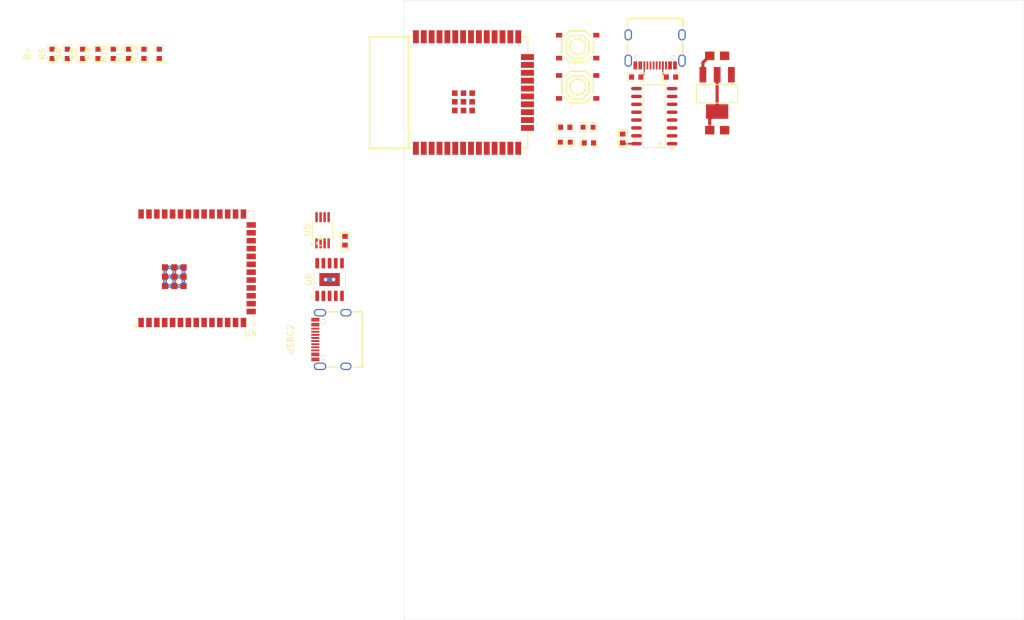
<source format=kicad_pcb>
(kicad_pcb (version 20240108) (generator "pcbnew") (generator_version "8.0")
  (layers (0 "F.Cu" signal) (31 "B.Cu" signal) (34 "B.Paste" user) (35 "F.Paste" user) (36 "B.SilkS" user "B.Silkscreen") (37 "F.SilkS" user "F.Silkscreen") (38 "B.Mask" user) (39 "F.Mask" user) (44 "Edge.Cuts" user))
  (net 0 "")
  (net 1 "/3V3")
  (net 2 "GND")
  (net 3 "/5V")
  (net 4 "Net-(LED1-K)")
  (net 5 "/ESP_LED")
  (net 6 "Net-(LED2-K)")
  (net 7 "Net-(USBC1-CC2)")
  (net 8 "Net-(USBC1-CC1)")
  (net 9 "/ESP_TXD")
  (net 10 "/USB_P")
  (net 11 "/ESP_RXD")
  (net 20 "/USB_N")
  (net 46 "/ESP_EN")
  (net 48 "/ESP_PROG")
  (net 55 "VDD")
  (net 68 "VBUS")
  (net 69 "Net-(U6-VBUS)")
  (net 73 "Net-(U4-GND-Pad1)")
  (net 117 "DP")
  (net 119 "CC1")
  (net 120 "CFG1")
  (net 121 "CFG3")
  (net 122 "DN")
  (net 124 "CFG2")
  (net 125 "PG")
  (net 126 "CC2")
  (footprint "easyeda2kicad:R0603" (layer "F.Cu") (at 37.348 57.306 90)
    (property "Reference" "R10" (at 0 -4 90) (layer "F.SilkS"))
    (property "Value" "10K")
    (fp_line (start 1.39 -0.66) (end 0.43 -0.66) (stroke (width 0.15)) (layer "F.SilkS"))
    (fp_line (start -1.39 -0.66) (end -0.43 -0.66) (stroke (width 0.15)) (layer "F.SilkS"))
    (fp_line (start 1.39 0.66) (end 1.39 -0.66) (stroke (width 0.15)) (layer "F.SilkS"))
    (fp_line (start 0.43 0.66) (end 1.39 0.66) (stroke (width 0.15)) (layer "F.SilkS"))
    (fp_line (start -0.43 0.66) (end -1.39 0.66) (stroke (width 0.15)) (layer "F.SilkS"))
    (fp_line (start -1.39 0.66) (end -1.39 -0.66) (stroke (width 0.15)) (layer "F.SilkS"))
    (pad "1" smd rect (at -0.75 0 90) (size 0.81 0.86) (layers "F.Cu" "F.Paste" "F.Mask"))
    (pad "2" smd rect (at 0.75 0 90) (size 0.81 0.86) (layers "F.Cu" "F.Paste" "F.Mask"))
  )
  (footprint "easyeda2kicad:SOT-223-3_L6.5-W3.4-P2.30-LS7.0-BR" (layer "F.Cu") (at 132.288 63.641 90)
    (property "Reference" "U2" (hide yes))
    (property "Value" "AMS1117-3.3" (hide yes))
    (fp_line (start 1.37 -3.33) (end 1.37 3.33) (stroke (width 0.15)) (layer "F.SilkS"))
    (fp_line (start -1.57 -3.33) (end 1.37 -3.33) (stroke (width 0.15)) (layer "F.SilkS"))
    (fp_line (start 1.37 3.33) (end -1.57 3.33) (stroke (width 0.15)) (layer "F.SilkS"))
    (fp_line (start -1.57 3.33) (end -1.57 -3.33) (stroke (width 0.15)) (layer "F.SilkS"))
    (pad "1" smd rect (at 2.97 2.3 90) (size 2.5 1.1) (layers "F.Cu" "F.Paste" "F.Mask") (net 2 "GND"))
    (pad "2" smd rect (at 2.97 0 90) (size 2.5 1.1) (layers "F.Cu" "F.Paste" "F.Mask") (net 1 "/3V3"))
    (pad "3" smd rect (at 2.97 -2.3 90) (size 2.5 1.1) (layers "F.Cu" "F.Paste" "F.Mask") (net 3 "/5V"))
    (pad "4" smd rect (at -2.97 0 90) (size 2.34 3.6) (layers "F.Cu" "F.Paste" "F.Mask") (net 1 "/3V3"))
  )
  (footprint "RF_Module:ESP32-S3-WROOM-2" (layer "F.Cu") (at 44.618 91.891 90)
    (property "Reference" "U4" (at -10.5 13.5 360) (layer "F.SilkS") (effects (justify right)))
    (property "Value" "ESP32-S3-WROOM-1")
    (fp_line (start 9.2 12.95) (end 9.2 12) (stroke (width 0.12)) (layer "F.SilkS"))
    (fp_line (start 7.8 12.95) (end 9.2 12.95) (stroke (width 0.12)) (layer "F.SilkS"))
    (fp_line (start -7.8 12.95) (end -9.2 12.95) (stroke (width 0.12)) (layer "F.SilkS"))
    (fp_line (start -9.2 12.95) (end -9.2 12) (stroke (width 0.12)) (layer "F.SilkS"))
    (fp_poly (pts (xy -9.2 -6) (xy -9.7 -6) (xy -9.2 -6.5) (xy -9.2 -6)) (stroke (width 0.12)) (fill solid) (layer "F.SilkS"))
    (pad "1" smd rect (at -8.75 -5.26 90) (size 1.5 0.9) (layers "F.Cu" "F.Paste" "F.Mask") (net 73 "Net-(U4-GND-Pad1)"))
    (pad "2" smd rect (at -8.75 -3.99 90) (size 1.5 0.9) (layers "F.Cu" "F.Paste" "F.Mask"))
    (pad "3" smd rect (at -8.75 -2.72 90) (size 1.5 0.9) (layers "F.Cu" "F.Paste" "F.Mask"))
    (pad "4" smd rect (at -8.75 -1.45 90) (size 1.5 0.9) (layers "F.Cu" "F.Paste" "F.Mask"))
    (pad "5" smd rect (at -8.75 -0.18 90) (size 1.5 0.9) (layers "F.Cu" "F.Paste" "F.Mask"))
    (pad "6" smd rect (at -8.75 1.09 90) (size 1.5 0.9) (layers "F.Cu" "F.Paste" "F.Mask"))
    (pad "7" smd rect (at -8.75 2.36 90) (size 1.5 0.9) (layers "F.Cu" "F.Paste" "F.Mask"))
    (pad "8" smd rect (at -8.75 3.63 90) (size 1.5 0.9) (layers "F.Cu" "F.Paste" "F.Mask"))
    (pad "9" smd rect (at -8.75 4.9 90) (size 1.5 0.9) (layers "F.Cu" "F.Paste" "F.Mask"))
    (pad "10" smd rect (at -8.75 6.17 90) (size 1.5 0.9) (layers "F.Cu" "F.Paste" "F.Mask"))
    (pad "11" smd rect (at -8.75 7.44 90) (size 1.5 0.9) (layers "F.Cu" "F.Paste" "F.Mask"))
    (pad "12" smd rect (at -8.75 8.71 90) (size 1.5 0.9) (layers "F.Cu" "F.Paste" "F.Mask"))
    (pad "13" smd rect (at -8.75 9.98 90) (size 1.5 0.9) (layers "F.Cu" "F.Paste" "F.Mask"))
    (pad "14" smd rect (at -8.75 11.25 90) (size 1.5 0.9) (layers "F.Cu" "F.Paste" "F.Mask"))
    (pad "15" smd rect (at -6.985 12.5 180) (size 1.5 0.9) (layers "F.Cu" "F.Paste" "F.Mask"))
    (pad "16" smd rect (at -5.715 12.5 180) (size 1.5 0.9) (layers "F.Cu" "F.Paste" "F.Mask"))
    (pad "17" smd rect (at -4.445 12.5 180) (size 1.5 0.9) (layers "F.Cu" "F.Paste" "F.Mask"))
    (pad "18" smd rect (at -3.175 12.5 180) (size 1.5 0.9) (layers "F.Cu" "F.Paste" "F.Mask"))
    (pad "19" smd rect (at -1.905 12.5 180) (size 1.5 0.9) (layers "F.Cu" "F.Paste" "F.Mask"))
    (pad "20" smd rect (at -0.635 12.5 180) (size 1.5 0.9) (layers "F.Cu" "F.Paste" "F.Mask"))
    (pad "21" smd rect (at 0.635 12.5 180) (size 1.5 0.9) (layers "F.Cu" "F.Paste" "F.Mask"))
    (pad "22" smd rect (at 1.905 12.5 180) (size 1.5 0.9) (layers "F.Cu" "F.Paste" "F.Mask"))
    (pad "23" smd rect (at 3.175 12.5 180) (size 1.5 0.9) (layers "F.Cu" "F.Paste" "F.Mask"))
    (pad "24" smd rect (at 4.445 12.5 180) (size 1.5 0.9) (layers "F.Cu" "F.Paste" "F.Mask"))
    (pad "25" smd rect (at 5.715 12.5 180) (size 1.5 0.9) (layers "F.Cu" "F.Paste" "F.Mask"))
    (pad "26" smd rect (at 6.985 12.5 180) (size 1.5 0.9) (layers "F.Cu" "F.Paste" "F.Mask"))
    (pad "27" smd rect (at 8.75 11.25 90) (size 1.5 0.9) (layers "F.Cu" "F.Paste" "F.Mask"))
    (pad "28" smd rect (at 8.75 9.98 90) (size 1.5 0.9) (layers "F.Cu" "F.Paste" "F.Mask"))
    (pad "29" smd rect (at 8.75 8.71 90) (size 1.5 0.9) (layers "F.Cu" "F.Paste" "F.Mask"))
    (pad "30" smd rect (at 8.75 7.44 90) (size 1.5 0.9) (layers "F.Cu" "F.Paste" "F.Mask"))
    (pad "31" smd rect (at 8.75 6.17 90) (size 1.5 0.9) (layers "F.Cu" "F.Paste" "F.Mask"))
    (pad "32" smd rect (at 8.75 4.9 90) (size 1.5 0.9) (layers "F.Cu" "F.Paste" "F.Mask"))
    (pad "33" smd rect (at 8.75 3.63 90) (size 1.5 0.9) (layers "F.Cu" "F.Paste" "F.Mask"))
    (pad "34" smd rect (at 8.75 2.36 90) (size 1.5 0.9) (layers "F.Cu" "F.Paste" "F.Mask"))
    (pad "35" smd rect (at 8.75 1.09 90) (size 1.5 0.9) (layers "F.Cu" "F.Paste" "F.Mask"))
    (pad "36" smd rect (at 8.75 -0.18 90) (size 1.5 0.9) (layers "F.Cu" "F.Paste" "F.Mask"))
    (pad "37" smd rect (at 8.75 -1.45 90) (size 1.5 0.9) (layers "F.Cu" "F.Paste" "F.Mask"))
    (pad "38" smd rect (at 8.75 -2.72 90) (size 1.5 0.9) (layers "F.Cu" "F.Paste" "F.Mask"))
    (pad "39" smd rect (at 8.75 -3.99 90) (size 1.5 0.9) (layers "F.Cu" "F.Paste" "F.Mask"))
    (pad "40" smd rect (at 8.75 -5.26 90) (size 1.5 0.9) (layers "F.Cu" "F.Paste" "F.Mask") (net 73 "Net-(U4-GND-Pad1)"))
    (pad "41" smd rect (at -2.86 -1.41 90) (size 1 1) (property pad_prop_heatsink) (layers "F.Cu" "F.Paste" "F.Mask") (net 73 "Net-(U4-GND-Pad1)"))
    (pad "41" thru_hole circle (at -2.86 -0.66 90) (size 0.6 0.6) (drill 0.2) (property pad_prop_heatsink) (layers "*.Cu" "*.Mask") (net 73 "Net-(U4-GND-Pad1)"))
    (pad "41" smd rect (at -2.86 0.09 90) (size 1 1) (property pad_prop_heatsink) (layers "F.Cu" "F.Paste" "F.Mask") (net 73 "Net-(U4-GND-Pad1)"))
    (pad "41" thru_hole circle (at -2.86 0.84 90) (size 0.6 0.6) (drill 0.2) (property pad_prop_heatsink) (layers "*.Cu" "*.Mask") (net 73 "Net-(U4-GND-Pad1)"))
    (pad "41" smd rect (at -2.86 1.59 90) (size 1 1) (property pad_prop_heatsink) (layers "F.Cu" "F.Paste" "F.Mask") (net 73 "Net-(U4-GND-Pad1)"))
    (pad "41" thru_hole circle (at -2.11 -1.41 90) (size 0.6 0.6) (drill 0.2) (property pad_prop_heatsink) (layers "*.Cu" "*.Mask") (net 73 "Net-(U4-GND-Pad1)"))
    (pad "41" thru_hole circle (at -2.11 0.09 90) (size 0.6 0.6) (drill 0.2) (property pad_prop_heatsink) (layers "*.Cu" "*.Mask") (net 73 "Net-(U4-GND-Pad1)"))
    (pad "41" thru_hole circle (at -2.11 1.59 90) (size 0.6 0.6) (drill 0.2) (property pad_prop_heatsink) (layers "*.Cu" "*.Mask") (net 73 "Net-(U4-GND-Pad1)"))
    (pad "41" smd rect (at -1.36 -1.41 90) (size 1 1) (property pad_prop_heatsink) (layers "F.Cu" "F.Paste" "F.Mask") (net 73 "Net-(U4-GND-Pad1)"))
    (pad "41" thru_hole circle (at -1.36 -0.66 90) (size 0.6 0.6) (drill 0.2) (property pad_prop_heatsink) (layers "*.Cu" "*.Mask") (net 73 "Net-(U4-GND-Pad1)"))
    (pad "41" smd rect (at -1.36 0.09 90) (size 1 1) (property pad_prop_heatsink) (layers "F.Cu" "F.Paste" "F.Mask") (net 73 "Net-(U4-GND-Pad1)"))
    (pad "41" thru_hole circle (at -1.36 0.84 90) (size 0.6 0.6) (drill 0.2) (property pad_prop_heatsink) (layers "*.Cu" "*.Mask") (net 73 "Net-(U4-GND-Pad1)"))
    (pad "41" smd rect (at -1.36 1.59 90) (size 1 1) (property pad_prop_heatsink) (layers "F.Cu" "F.Paste" "F.Mask") (net 73 "Net-(U4-GND-Pad1)"))
    (pad "41" thru_hole circle (at -0.61 -1.41 90) (size 0.6 0.6) (drill 0.2) (property pad_prop_heatsink) (layers "*.Cu" "*.Mask") (net 73 "Net-(U4-GND-Pad1)"))
    (pad "41" thru_hole circle (at -0.61 0.09 90) (size 0.6 0.6) (drill 0.2) (property pad_prop_heatsink) (layers "*.Cu" "*.Mask") (net 73 "Net-(U4-GND-Pad1)"))
    (pad "41" thru_hole circle (at -0.61 1.59 90) (size 0.6 0.6) (drill 0.2) (property pad_prop_heatsink) (layers "*.Cu" "*.Mask") (net 73 "Net-(U4-GND-Pad1)"))
    (pad "41" smd rect (at 0.14 -1.41 90) (size 1 1) (property pad_prop_heatsink) (layers "F.Cu" "F.Paste" "F.Mask") (net 73 "Net-(U4-GND-Pad1)"))
    (pad "41" thru_hole circle (at 0.14 -0.66 90) (size 0.6 0.6) (drill 0.2) (property pad_prop_heatsink) (layers "*.Cu" "*.Mask") (net 73 "Net-(U4-GND-Pad1)"))
    (pad "41" smd rect (at 0.14 0.09 90) (size 1 1) (property pad_prop_heatsink) (layers "F.Cu" "F.Paste" "F.Mask") (net 73 "Net-(U4-GND-Pad1)"))
    (pad "41" thru_hole circle (at 0.14 0.84 90) (size 0.6 0.6) (drill 0.2) (property pad_prop_heatsink) (layers "*.Cu" "*.Mask") (net 73 "Net-(U4-GND-Pad1)"))
    (pad "41" smd rect (at 0.14 1.59 90) (size 1 1) (property pad_prop_heatsink) (layers "F.Cu" "F.Paste" "F.Mask") (net 73 "Net-(U4-GND-Pad1)"))
  )
  (footprint "easyeda2kicad:R0603" (layer "F.Cu") (at 42.288 57.306 90)
    (property "Reference" "R12" (at 0 -4 90) (layer "F.SilkS"))
    (property "Value" "10K")
    (fp_line (start 1.39 -0.66) (end 0.43 -0.66) (stroke (width 0.15)) (layer "F.SilkS"))
    (fp_line (start -1.39 -0.66) (end -0.43 -0.66) (stroke (width 0.15)) (layer "F.SilkS"))
    (fp_line (start 1.39 0.66) (end 1.39 -0.66) (stroke (width 0.15)) (layer "F.SilkS"))
    (fp_line (start 0.43 0.66) (end 1.39 0.66) (stroke (width 0.15)) (layer "F.SilkS"))
    (fp_line (start -0.43 0.66) (end -1.39 0.66) (stroke (width 0.15)) (layer "F.SilkS"))
    (fp_line (start -1.39 0.66) (end -1.39 -0.66) (stroke (width 0.15)) (layer "F.SilkS"))
    (pad "1" smd rect (at -0.75 0 90) (size 0.81 0.86) (layers "F.Cu" "F.Paste" "F.Mask") (net 68 "VBUS"))
    (pad "2" smd rect (at 0.75 0 90) (size 0.81 0.86) (layers "F.Cu" "F.Paste" "F.Mask") (net 69 "Net-(U6-VBUS)"))
  )
  (footprint "easyeda2kicad:USB-C_SMD-TYPE-C-31-M-12" (layer "F.Cu") (at 122.288 56.6935 180)
    (property "Reference" "USBC1" (hide yes))
    (property "Value" "TYPE-C-31-M-12" (hide yes))
    (fp_line (start 4.47 5.1) (end 4.47 3.62) (stroke (width 0.25)) (layer "F.SilkS"))
    (fp_line (start 4.47 5.1) (end -4.47 5.1) (stroke (width 0.25)) (layer "F.SilkS"))
    (fp_line (start 4.47 1.38) (end 4.47 -0.48) (stroke (width 0.25)) (layer "F.SilkS"))
    (fp_line (start -4.47 5.1) (end -4.47 3.62) (stroke (width 0.25)) (layer "F.SilkS"))
    (fp_line (start -4.47 1.38) (end -4.47 -0.48) (stroke (width 0.25)) (layer "F.SilkS"))
    (pad "" thru_hole circle (at -2.9 -1.21 180) (size 0.75 0.75) (drill 0.75) (layers "*.Cu" "*.Mask"))
    (pad "" thru_hole circle (at 2.9 -1.21 180) (size 0.75 0.75) (drill 0.75) (layers "*.Cu" "*.Mask"))
    (pad "0" thru_hole oval (at -4.33 -1.71 180) (size 1.2 2) (drill oval 0.799998 1.600022) (layers "*.Cu" "*.Mask") (net 2 "GND"))
    (pad "1" thru_hole oval (at 4.33 -1.71 180) (size 1.2 2) (drill oval 0.799998 1.599971) (layers "*.Cu" "*.Mask"))
    (pad "2" thru_hole oval (at 4.33 2.47 180) (size 1.2 1.8) (drill oval 0.799998 1.399997) (layers "*.Cu" "*.Mask"))
    (pad "3" thru_hole oval (at -4.33 2.47 180) (size 1.2 1.8) (drill oval 0.799998 1.399997) (layers "*.Cu" "*.Mask"))
    (pad "A1" smd rect (at -3.35 -2.47 180) (size 0.3 1.3) (layers "F.Cu" "F.Paste" "F.Mask") (net 2 "GND"))
    (pad "A4" smd rect (at -2.55 -2.47 180) (size 0.3 1.3) (layers "F.Cu" "F.Paste" "F.Mask") (net 3 "/5V"))
    (pad "A5" smd rect (at -1.25 -2.47 180) (size 0.3 1.3) (layers "F.Cu" "F.Paste" "F.Mask") (net 8 "Net-(USBC1-CC1)"))
    (pad "A6" smd rect (at -0.25 -2.47 180) (size 0.3 1.3) (layers "F.Cu" "F.Paste" "F.Mask") (net 10 "/USB_P"))
    (pad "A7" smd rect (at 0.25 -2.47 180) (size 0.3 1.3) (layers "F.Cu" "F.Paste" "F.Mask") (net 20 "/USB_N"))
    (pad "A8" smd rect (at 1.25 -2.47 180) (size 0.3 1.3) (layers "F.Cu" "F.Paste" "F.Mask"))
    (pad "A9" smd rect (at 2.55 -2.47 180) (size 0.3 1.3) (layers "F.Cu" "F.Paste" "F.Mask") (net 3 "/5V"))
    (pad "A12" smd rect (at 3.35 -2.47 180) (size 0.3 1.3) (layers "F.Cu" "F.Paste" "F.Mask") (net 2 "GND"))
    (pad "B1" smd rect (at 3.05 -2.47 180) (size 0.3 1.3) (layers "F.Cu" "F.Paste" "F.Mask") (net 2 "GND"))
    (pad "B4" smd rect (at 2.25 -2.47 180) (size 0.3 1.3) (layers "F.Cu" "F.Paste" "F.Mask") (net 3 "/5V"))
    (pad "B5" smd rect (at 1.75 -2.47 180) (size 0.3 1.3) (layers "F.Cu" "F.Paste" "F.Mask") (net 7 "Net-(USBC1-CC2)"))
    (pad "B6" smd rect (at 0.75 -2.47 180) (size 0.3 1.3) (layers "F.Cu" "F.Paste" "F.Mask") (net 10 "/USB_P"))
    (pad "B7" smd rect (at -0.75 -2.47 180) (size 0.3 1.3) (layers "F.Cu" "F.Paste" "F.Mask") (net 20 "/USB_N"))
    (pad "B8" smd rect (at -1.75 -2.47 180) (size 0.3 1.3) (layers "F.Cu" "F.Paste" "F.Mask"))
    (pad "B9" smd rect (at -2.25 -2.47 180) (size 0.3 1.3) (layers "F.Cu" "F.Paste" "F.Mask") (net 3 "/5V"))
    (pad "B12" smd rect (at -3.05 -2.47 180) (size 0.3 1.3) (layers "F.Cu" "F.Paste" "F.Mask") (net 2 "GND"))
  )
  (footprint "easyeda2kicad:C0603" (layer "F.Cu") (at 117.044 70.948 -90)
    (property "Reference" "C1" (hide yes))
    (property "Value" "0.1u" (hide yes))
    (fp_line (start -0.28 0.71) (end -1.08 0.71) (stroke (width 0.25)) (layer "F.SilkS"))
    (fp_line (start 0.28 0.71) (end 1.08 0.71) (stroke (width 0.25)) (layer "F.SilkS"))
    (fp_line (start -1.39 0.4) (end -1.39 -0.4) (stroke (width 0.25)) (layer "F.SilkS"))
    (fp_line (start 1.39 -0.4) (end 1.39 0.4) (stroke (width 0.25)) (layer "F.SilkS"))
    (fp_line (start -0.28 -0.71) (end -1.08 -0.71) (stroke (width 0.25)) (layer "F.SilkS"))
    (fp_line (start 0.28 -0.71) (end 1.08 -0.71) (stroke (width 0.25)) (layer "F.SilkS"))
    (fp_arc (start -1.08 0.71) (mid -1.299203 0.619203) (end -1.39 0.4) (stroke (width 0.25)) (layer "F.SilkS"))
    (fp_arc (start 1.39 0.4) (mid 1.299203 0.619203) (end 1.08 0.71) (stroke (width 0.25)) (layer "F.SilkS"))
    (fp_arc (start -1.39 -0.4) (mid -1.299203 -0.619203) (end -1.08 -0.71) (stroke (width 0.25)) (layer "F.SilkS"))
    (fp_arc (start 1.08 -0.71) (mid 1.299203 -0.619203) (end 1.39 -0.4) (stroke (width 0.25)) (layer "F.SilkS"))
    (pad "1" smd rect (at -0.7 0 270) (size 0.8 0.9) (layers "F.Cu" "F.Paste" "F.Mask") (net 2 "GND"))
    (pad "2" smd rect (at 0.7 0 270) (size 0.8 0.9) (layers "F.Cu" "F.Paste" "F.Mask") (net 1 "/3V3"))
  )
  (footprint "Package_SO:MSOP-8_3x3mm_P0.65mm" (layer "F.Cu") (at 68.638 85.766 90)
    (property "Reference" "U5" (at 0 -2.45 90) (layer "F.SilkS"))
    (property "Value" "DS18B20U")
    (fp_line (start 0 -1.61) (end 1.5 -1.61) (stroke (width 0.12)) (layer "F.SilkS"))
    (fp_line (start 0 -1.61) (end -1.5 -1.61) (stroke (width 0.12)) (layer "F.SilkS"))
    (fp_line (start 0 1.61) (end 1.5 1.61) (stroke (width 0.12)) (layer "F.SilkS"))
    (fp_line (start 0 1.61) (end -1.5 1.61) (stroke (width 0.12)) (layer "F.SilkS"))
    (fp_poly (pts (xy -2.2125 -1.435) (xy -2.4525 -1.765) (xy -1.9725 -1.765) (xy -2.2125 -1.435)) (stroke (width 0.12)) (fill solid) (layer "F.SilkS"))
    (pad "1" smd roundrect (at -2.1125 -0.975 90) (size 1.625 0.4) (layers "F.Cu" "F.Paste" "F.Mask"))
    (pad "2" smd roundrect (at -2.1125 -0.325 90) (size 1.625 0.4) (layers "F.Cu" "F.Paste" "F.Mask"))
    (pad "3" smd roundrect (at -2.1125 0.325 90) (size 1.625 0.4) (layers "F.Cu" "F.Paste" "F.Mask"))
    (pad "4" smd roundrect (at -2.1125 0.975 90) (size 1.625 0.4) (layers "F.Cu" "F.Paste" "F.Mask"))
    (pad "5" smd roundrect (at 2.1125 0.975 90) (size 1.625 0.4) (layers "F.Cu" "F.Paste" "F.Mask"))
    (pad "6" smd roundrect (at 2.1125 0.325 90) (size 1.625 0.4) (layers "F.Cu" "F.Paste" "F.Mask"))
    (pad "7" smd roundrect (at 2.1125 -0.325 90) (size 1.625 0.4) (layers "F.Cu" "F.Paste" "F.Mask"))
    (pad "8" smd roundrect (at 2.1125 -0.975 90) (size 1.625 0.4) (layers "F.Cu" "F.Paste" "F.Mask"))
  )
  (footprint "easyeda2kicad:WIFI-SMD_ESP32-WROOM-32E" (layer "F.Cu") (at 92.688 63.541)
    (property "Reference" "U3" (hide yes))
    (property "Value" "ESP32-WROOM-32E(8MB)" (hide yes))
    (fp_line (start -16.48 -9) (end -16.48 9) (stroke (width 0.25)) (layer "F.SilkS"))
    (fp_line (start -16.48 -9) (end -10.02 -9) (stroke (width 0.25)) (layer "F.SilkS"))
    (fp_line (start -16.48 9) (end -10.03 9) (stroke (width 0.25)) (layer "F.SilkS"))
    (fp_line (start -10.2 -9) (end -10.2 9) (stroke (width 0.25)) (layer "F.SilkS"))
    (fp_line (start -10.2 9) (end -9.69 9) (stroke (width 0.25)) (layer "F.SilkS"))
    (fp_line (start -9.69 -9.02) (end -10.2 -9.02) (stroke (width 0.25)) (layer "F.SilkS"))
    (fp_line (start 8.18 9) (end 9.02 9) (stroke (width 0.25)) (layer "F.SilkS"))
    (fp_line (start 9.02 -9.02) (end 8.18 -9.02) (stroke (width 0.25)) (layer "F.SilkS"))
    (fp_line (start 9.02 -6.4) (end 9.02 -9.02) (stroke (width 0.25)) (layer "F.SilkS"))
    (fp_line (start 9.02 9) (end 9.02 6.4) (stroke (width 0.25)) (layer "F.SilkS"))
    (pad "1" smd rect (at -9 9) (size 0.95 2.1) (layers "F.Cu" "F.Paste" "F.Mask") (net 2 "GND"))
    (pad "2" smd rect (at -7.73 9) (size 0.95 2.1) (layers "F.Cu" "F.Paste" "F.Mask") (net 1 "/3V3"))
    (pad "3" smd rect (at -6.46 9) (size 0.95 2.1) (layers "F.Cu" "F.Paste" "F.Mask") (net 46 "/ESP_EN"))
    (pad "4" smd rect (at -5.19 9) (size 0.95 2.1) (layers "F.Cu" "F.Paste" "F.Mask"))
    (pad "5" smd rect (at -3.92 9) (size 0.95 2.1) (layers "F.Cu" "F.Paste" "F.Mask"))
    (pad "6" smd rect (at -2.65 9) (size 0.95 2.1) (layers "F.Cu" "F.Paste" "F.Mask"))
    (pad "7" smd rect (at -1.38 9) (size 0.95 2.1) (layers "F.Cu" "F.Paste" "F.Mask"))
    (pad "8" smd rect (at -0.11 9) (size 0.95 2.1) (layers "F.Cu" "F.Paste" "F.Mask"))
    (pad "9" smd rect (at 1.16 9) (size 0.95 2.1) (layers "F.Cu" "F.Paste" "F.Mask"))
    (pad "10" smd rect (at 2.43 9) (size 0.95 2.1) (layers "F.Cu" "F.Paste" "F.Mask"))
    (pad "11" smd rect (at 3.7 9) (size 0.95 2.1) (layers "F.Cu" "F.Paste" "F.Mask"))
    (pad "12" smd rect (at 4.97 9) (size 0.95 2.1) (layers "F.Cu" "F.Paste" "F.Mask"))
    (pad "13" smd rect (at 6.24 9) (size 0.95 2.1) (layers "F.Cu" "F.Paste" "F.Mask"))
    (pad "14" smd rect (at 7.51 9) (size 0.95 2.1) (layers "F.Cu" "F.Paste" "F.Mask"))
    (pad "15" smd rect (at 9 5.71) (size 2.1 0.95) (layers "F.Cu" "F.Paste" "F.Mask") (net 2 "GND"))
    (pad "16" smd rect (at 9 4.44) (size 2.1 0.95) (layers "F.Cu" "F.Paste" "F.Mask"))
    (pad "17" smd rect (at 9 3.17) (size 2.1 0.95) (layers "F.Cu" "F.Paste" "F.Mask"))
    (pad "18" smd rect (at 9 1.9) (size 2.1 0.95) (layers "F.Cu" "F.Paste" "F.Mask"))
    (pad "19" smd rect (at 9 0.63) (size 2.1 0.95) (layers "F.Cu" "F.Paste" "F.Mask"))
    (pad "20" smd rect (at 9 -0.64) (size 2.1 0.95) (layers "F.Cu" "F.Paste" "F.Mask"))
    (pad "21" smd rect (at 9 -1.91) (size 2.1 0.95) (layers "F.Cu" "F.Paste" "F.Mask"))
    (pad "22" smd rect (at 9 -3.18) (size 2.1 0.95) (layers "F.Cu" "F.Paste" "F.Mask"))
    (pad "23" smd rect (at 9 -4.45) (size 2.1 0.95) (layers "F.Cu" "F.Paste" "F.Mask"))
    (pad "24" smd rect (at 9 -5.72) (size 2.1 0.95) (layers "F.Cu" "F.Paste" "F.Mask") (net 5 "/ESP_LED"))
    (pad "25" smd rect (at 7.51 -9) (size 0.95 2.1) (layers "F.Cu" "F.Paste" "F.Mask") (net 48 "/ESP_PROG"))
    (pad "26" smd rect (at 6.24 -9) (size 0.95 2.1) (layers "F.Cu" "F.Paste" "F.Mask"))
    (pad "27" smd rect (at 4.97 -9) (size 0.95 2.1) (layers "F.Cu" "F.Paste" "F.Mask"))
    (pad "28" smd rect (at 3.7 -9) (size 0.95 2.1) (layers "F.Cu" "F.Paste" "F.Mask"))
    (pad "29" smd rect (at 2.43 -9) (size 0.95 2.1) (layers "F.Cu" "F.Paste" "F.Mask"))
    (pad "30" smd rect (at 1.16 -9) (size 0.95 2.1) (layers "F.Cu" "F.Paste" "F.Mask"))
    (pad "31" smd rect (at -0.11 -9) (size 0.95 2.1) (layers "F.Cu" "F.Paste" "F.Mask"))
    (pad "32" smd rect (at -1.38 -9) (size 0.95 2.1) (layers "F.Cu" "F.Paste" "F.Mask"))
    (pad "33" smd rect (at -2.65 -9) (size 0.95 2.1) (layers "F.Cu" "F.Paste" "F.Mask"))
    (pad "34" smd rect (at -3.92 -9) (size 0.95 2.1) (layers "F.Cu" "F.Paste" "F.Mask") (net 11 "/ESP_RXD"))
    (pad "35" smd rect (at -5.19 -9) (size 0.95 2.1) (layers "F.Cu" "F.Paste" "F.Mask") (net 9 "/ESP_TXD"))
    (pad "36" smd rect (at -6.46 -9) (size 0.95 2.1) (layers "F.Cu" "F.Paste" "F.Mask"))
    (pad "37" smd rect (at -7.73 -9) (size 0.95 2.1) (layers "F.Cu" "F.Paste" "F.Mask"))
    (pad "38" smd rect (at -9 -9) (size 0.95 2.1) (layers "F.Cu" "F.Paste" "F.Mask") (net 2 "GND"))
    (pad "39" smd rect (at -2.72 0.1 180) (size 0.9 0.9) (layers "F.Cu" "F.Paste" "F.Mask") (net 2 "GND"))
    (pad "39" smd rect (at -2.72 1.5 180) (size 0.9 0.9) (layers "F.Cu" "F.Paste" "F.Mask") (net 2 "GND"))
    (pad "39" smd rect (at -2.72 2.9 180) (size 0.9 0.9) (layers "F.Cu" "F.Paste" "F.Mask") (net 2 "GND"))
    (pad "39" smd rect (at -1.32 0.1 180) (size 0.9 0.9) (layers "F.Cu" "F.Paste" "F.Mask") (net 2 "GND"))
    (pad "39" smd rect (at -1.32 1.5 180) (size 0.9 0.9) (layers "F.Cu" "F.Paste" "F.Mask") (net 2 "GND"))
    (pad "39" smd rect (at -1.32 2.9 180) (size 0.9 0.9) (layers "F.Cu" "F.Paste" "F.Mask") (net 2 "GND"))
    (pad "39" smd rect (at 0.08 0.1 180) (size 0.9 0.9) (layers "F.Cu" "F.Paste" "F.Mask") (net 2 "GND"))
    (pad "39" smd rect (at 0.08 1.5 180) (size 0.9 0.9) (layers "F.Cu" "F.Paste" "F.Mask") (net 2 "GND"))
    (pad "39" smd rect (at 0.08 2.9 180) (size 0.9 0.9) (layers "F.Cu" "F.Paste" "F.Mask") (net 2 "GND"))
  )
  (footprint "easyeda2kicad:R0603" (layer "F.Cu") (at 39.818 57.306 90)
    (property "Reference" "R11" (at 0 -4 90) (layer "F.SilkS"))
    (property "Value" "1K")
    (fp_line (start 1.39 -0.66) (end 0.43 -0.66) (stroke (width 0.15)) (layer "F.SilkS"))
    (fp_line (start -1.39 -0.66) (end -0.43 -0.66) (stroke (width 0.15)) (layer "F.SilkS"))
    (fp_line (start 1.39 0.66) (end 1.39 -0.66) (stroke (width 0.15)) (layer "F.SilkS"))
    (fp_line (start 0.43 0.66) (end 1.39 0.66) (stroke (width 0.15)) (layer "F.SilkS"))
    (fp_line (start -0.43 0.66) (end -1.39 0.66) (stroke (width 0.15)) (layer "F.SilkS"))
    (fp_line (start -1.39 0.66) (end -1.39 -0.66) (stroke (width 0.15)) (layer "F.SilkS"))
    (pad "1" smd rect (at -0.75 0 90) (size 0.81 0.86) (layers "F.Cu" "F.Paste" "F.Mask") (net 68 "VBUS"))
    (pad "2" smd rect (at 0.75 0 90) (size 0.81 0.86) (layers "F.Cu" "F.Paste" "F.Mask") (net 55 "VDD"))
  )
  (footprint "easyeda2kicad:R0603" (layer "F.Cu") (at 34.878 57.306 90)
    (property "Reference" "R9" (at 0 -4 90) (layer "F.SilkS"))
    (property "Value" "10K")
    (fp_line (start 1.39 -0.66) (end 0.43 -0.66) (stroke (width 0.15)) (layer "F.SilkS"))
    (fp_line (start -1.39 -0.66) (end -0.43 -0.66) (stroke (width 0.15)) (layer "F.SilkS"))
    (fp_line (start 1.39 0.66) (end 1.39 -0.66) (stroke (width 0.15)) (layer "F.SilkS"))
    (fp_line (start 0.43 0.66) (end 1.39 0.66) (stroke (width 0.15)) (layer "F.SilkS"))
    (fp_line (start -0.43 0.66) (end -1.39 0.66) (stroke (width 0.15)) (layer "F.SilkS"))
    (fp_line (start -1.39 0.66) (end -1.39 -0.66) (stroke (width 0.15)) (layer "F.SilkS"))
    (pad "1" smd rect (at -0.75 0 90) (size 0.81 0.86) (layers "F.Cu" "F.Paste" "F.Mask"))
    (pad "2" smd rect (at 0.75 0 90) (size 0.81 0.86) (layers "F.Cu" "F.Paste" "F.Mask"))
  )
  (footprint "easyeda2kicad:CASE-A_3216" (layer "F.Cu") (at 132.288 69.619)
    (property "Reference" "C3" (hide yes))
    (property "Value" "22u (Tantalum)" (hide yes))
    (fp_line (start -1.6 -0.8) (end 1.6 -0.8) (stroke (width 0.08)) (layer "F.SilkS"))
    (fp_line (start -1.58 0.8) (end 1.57 0.8) (stroke (width 0.08)) (layer "F.SilkS"))
    (fp_line (start -0.32 0.8) (end -0.32 -0.8) (stroke (width 0.08)) (layer "F.SilkS"))
    (pad "1" smd rect (at -1.2 0) (size 1.5 1.36) (layers "F.Cu" "F.Paste" "F.Mask") (net 1 "/3V3"))
    (pad "2" smd rect (at 1.2 0) (size 1.5 1.36) (layers "F.Cu" "F.Paste" "F.Mask") (net 2 "GND"))
  )
  (footprint "easyeda2kicad:R0603" (layer "F.Cu") (at 27.468 57.306 90)
    (property "Reference" "R5" (at 0 -4 90) (layer "F.SilkS"))
    (property "Value" "68")
    (fp_line (start 1.39 -0.66) (end 0.43 -0.66) (stroke (width 0.15)) (layer "F.SilkS"))
    (fp_line (start -1.39 -0.66) (end -0.43 -0.66) (stroke (width 0.15)) (layer "F.SilkS"))
    (fp_line (start 1.39 0.66) (end 1.39 -0.66) (stroke (width 0.15)) (layer "F.SilkS"))
    (fp_line (start 0.43 0.66) (end 1.39 0.66) (stroke (width 0.15)) (layer "F.SilkS"))
    (fp_line (start -0.43 0.66) (end -1.39 0.66) (stroke (width 0.15)) (layer "F.SilkS"))
    (fp_line (start -1.39 0.66) (end -1.39 -0.66) (stroke (width 0.15)) (layer "F.SilkS"))
    (pad "1" smd rect (at -0.75 0 90) (size 0.81 0.86) (layers "F.Cu" "F.Paste" "F.Mask"))
    (pad "2" smd rect (at 0.75 0 90) (size 0.81 0.86) (layers "F.Cu" "F.Paste" "F.Mask"))
  )
  (footprint "easyeda2kicad:R0603" (layer "F.Cu") (at 107.788 69.141)
    (property "Reference" "R3" (hide yes))
    (property "Value" "100" (hide yes))
    (fp_line (start -1.39 -0.66) (end -0.43 -0.66) (stroke (width 0.15)) (layer "F.SilkS"))
    (fp_line (start -1.39 0.66) (end -1.39 -0.66) (stroke (width 0.15)) (layer "F.SilkS"))
    (fp_line (start -0.43 0.66) (end -1.39 0.66) (stroke (width 0.15)) (layer "F.SilkS"))
    (fp_line (start 0.43 0.66) (end 1.39 0.66) (stroke (width 0.15)) (layer "F.SilkS"))
    (fp_line (start 1.39 -0.66) (end 0.43 -0.66) (stroke (width 0.15)) (layer "F.SilkS"))
    (fp_line (start 1.39 0.66) (end 1.39 -0.66) (stroke (width 0.15)) (layer "F.SilkS"))
    (pad "1" smd rect (at -0.75 0) (size 0.81 0.86) (layers "F.Cu" "F.Paste" "F.Mask") (net 2 "GND"))
    (pad "2" smd rect (at 0.75 0) (size 0.81 0.86) (layers "F.Cu" "F.Paste" "F.Mask") (net 4 "Net-(LED1-K)"))
  )
  (footprint "easyeda2kicad:R0603" (layer "F.Cu") (at 24.998 57.306 90)
    (property "Reference" "R4" (at 0 -4 90) (layer "F.SilkS"))
    (property "Value" "68")
    (fp_line (start 1.39 -0.66) (end 0.43 -0.66) (stroke (width 0.15)) (layer "F.SilkS"))
    (fp_line (start -1.39 -0.66) (end -0.43 -0.66) (stroke (width 0.15)) (layer "F.SilkS"))
    (fp_line (start 1.39 0.66) (end 1.39 -0.66) (stroke (width 0.15)) (layer "F.SilkS"))
    (fp_line (start 0.43 0.66) (end 1.39 0.66) (stroke (width 0.15)) (layer "F.SilkS"))
    (fp_line (start -0.43 0.66) (end -1.39 0.66) (stroke (width 0.15)) (layer "F.SilkS"))
    (fp_line (start -1.39 0.66) (end -1.39 -0.66) (stroke (width 0.15)) (layer "F.SilkS"))
    (pad "1" smd rect (at -0.75 0 90) (size 0.81 0.86) (layers "F.Cu" "F.Paste" "F.Mask"))
    (pad "2" smd rect (at 0.75 0 90) (size 0.81 0.86) (layers "F.Cu" "F.Paste" "F.Mask"))
  )
  (footprint "easyeda2kicad:SOP-16_L10.0-W3.9-P1.27-LS6.0-BL" (layer "F.Cu") (at 122.144 67.348 90)
    (property "Reference" "U1" (hide yes))
    (property "Value" "CH340C_C7464026" (hide yes))
    (fp_line (start 5.08 -1.77) (end 5.08 1.77) (stroke (width 0.15)) (layer "F.SilkS"))
    (fp_line (start -5.08 -1.77) (end 5.08 -1.77) (stroke (width 0.15)) (layer "F.SilkS"))
    (fp_line (start 5.08 1.77) (end -5.08 1.77) (stroke (width 0.15)) (layer "F.SilkS"))
    (fp_line (start -5.08 1.77) (end -5.08 -1.77) (stroke (width 0.15)) (layer "F.SilkS"))
    (fp_circle (center -4.45 1.02) (end -4.3 1.02) (stroke (width 0.3)) (fill none) (layer "F.SilkS"))
    (fp_circle (center -5.18 2.87) (end -5.03 2.87) (stroke (width 0.3)) (fill none) (layer "F.SilkS"))
    (pad "1" smd oval (at -4.45 2.87 90) (size 0.56 1.75) (layers "F.Cu" "F.Paste" "F.Mask") (net 2 "GND"))
    (pad "2" smd oval (at -3.18 2.87 90) (size 0.56 1.75) (layers "F.Cu" "F.Paste" "F.Mask") (net 11 "/ESP_RXD"))
    (pad "3" smd oval (at -1.91 2.87 90) (size 0.56 1.75) (layers "F.Cu" "F.Paste" "F.Mask") (net 9 "/ESP_TXD"))
    (pad "4" smd oval (at -0.63 2.87 90) (size 0.56 1.75) (layers "F.Cu" "F.Paste" "F.Mask") (net 1 "/3V3"))
    (pad "5" smd oval (at 0.63 2.87 90) (size 0.56 1.75) (layers "F.Cu" "F.Paste" "F.Mask") (net 10 "/USB_P"))
    (pad "6" smd oval (at 1.9 2.87 90) (size 0.56 1.75) (layers "F.Cu" "F.Paste" "F.Mask") (net 20 "/USB_N"))
    (pad "7" smd oval (at 3.17 2.87 90) (size 0.56 1.75) (layers "F.Cu" "F.Paste" "F.Mask"))
    (pad "8" smd oval (at 4.44 2.87 90) (size 0.56 1.75) (layers "F.Cu" "F.Paste" "F.Mask"))
    (pad "9" smd oval (at 4.44 -2.87 90) (size 0.56 1.75) (layers "F.Cu" "F.Paste" "F.Mask"))
    (pad "10" smd oval (at 3.17 -2.87 90) (size 0.56 1.75) (layers "F.Cu" "F.Paste" "F.Mask"))
    (pad "11" smd oval (at 1.9 -2.87 90) (size 0.56 1.75) (layers "F.Cu" "F.Paste" "F.Mask"))
    (pad "12" smd oval (at 0.63 -2.87 90) (size 0.56 1.75) (layers "F.Cu" "F.Paste" "F.Mask"))
    (pad "13" smd oval (at -0.63 -2.87 90) (size 0.56 1.75) (layers "F.Cu" "F.Paste" "F.Mask"))
    (pad "14" smd oval (at -1.91 -2.87 90) (size 0.56 1.75) (layers "F.Cu" "F.Paste" "F.Mask"))
    (pad "15" smd oval (at -3.18 -2.87 90) (size 0.56 1.75) (layers "F.Cu" "F.Paste" "F.Mask"))
    (pad "16" smd oval (at -4.45 -2.87 90) (size 0.56 1.75) (layers "F.Cu" "F.Paste" "F.Mask") (net 1 "/3V3"))
  )
  (footprint "easyeda2kicad:R0603" (layer "F.Cu") (at 119.24 61.048)
    (property "Reference" "R1" (hide yes))
    (property "Value" "5k1" (hide yes))
    (fp_line (start -1.39 -0.66) (end -0.43 -0.66) (stroke (width 0.15)) (layer "F.SilkS"))
    (fp_line (start -1.39 0.66) (end -1.39 -0.66) (stroke (width 0.15)) (layer "F.SilkS"))
    (fp_line (start -0.43 0.66) (end -1.39 0.66) (stroke (width 0.15)) (layer "F.SilkS"))
    (fp_line (start 0.43 0.66) (end 1.39 0.66) (stroke (width 0.15)) (layer "F.SilkS"))
    (fp_line (start 1.39 -0.66) (end 0.43 -0.66) (stroke (width 0.15)) (layer "F.SilkS"))
    (fp_line (start 1.39 0.66) (end 1.39 -0.66) (stroke (width 0.15)) (layer "F.SilkS"))
    (pad "1" smd rect (at -0.75 0) (size 0.81 0.86) (layers "F.Cu" "F.Paste" "F.Mask") (net 2 "GND"))
    (pad "2" smd rect (at 0.75 0) (size 0.81 0.86) (layers "F.Cu" "F.Paste" "F.Mask") (net 7 "Net-(USBC1-CC2)"))
  )
  (footprint "easyeda2kicad:SW-SMD_4P-L5.1-W5.1-P3.70-LS6.5-TL_H1.5" (layer "F.Cu") (at 109.788 62.641)
    (property "Reference" "SW2" (hide yes))
    (property "Value" "TS-1187A-B-A-B" (hide yes))
    (fp_line (start -2.55 -1.17) (end -2.55 1.17) (stroke (width 0.25)) (layer "F.SilkS"))
    (fp_line (start -2.17 1.66) (end -1.28 2.55) (stroke (width 0.25)) (layer "F.SilkS"))
    (fp_line (start -1.8 -1) (end -1 -1.8) (stroke (width 0.25)) (layer "F.SilkS"))
    (fp_line (start -1.8 1) (end -1.8 -1) (stroke (width 0.25)) (layer "F.SilkS"))
    (fp_line (start -1.28 -2.55) (end -2.17 -1.66) (stroke (width 0.25)) (layer "F.SilkS"))
    (fp_line (start -1.28 -2.55) (end 1.28 -2.55) (stroke (width 0.25)) (layer "F.SilkS"))
    (fp_line (start -1.28 2.55) (end 1.28 2.55) (stroke (width 0.25)) (layer "F.SilkS"))
    (fp_line (start -1 -1.8) (end 0.9 -1.8) (stroke (width 0.25)) (layer "F.SilkS"))
    (fp_line (start -0.9 1.9) (end -1.8 1) (stroke (width 0.25)) (layer "F.SilkS"))
    (fp_line (start 0.8 1.9) (end -0.9 1.9) (stroke (width 0.25)) (layer "F.SilkS"))
    (fp_line (start 0.9 -1.8) (end 1.8 -0.9) (stroke (width 0.25)) (layer "F.SilkS"))
    (fp_line (start 1.28 -2.55) (end 2.17 -1.66) (stroke (width 0.25)) (layer "F.SilkS"))
    (fp_line (start 1.8 -0.9) (end 1.8 0.9) (stroke (width 0.25)) (layer "F.SilkS"))
    (fp_line (start 1.8 0.9) (end 0.8 1.9) (stroke (width 0.25)) (layer "F.SilkS"))
    (fp_line (start 2.17 1.66) (end 1.28 2.55) (stroke (width 0.25)) (layer "F.SilkS"))
    (fp_line (start 2.55 -1.17) (end 2.55 1.17) (stroke (width 0.25)) (layer "F.SilkS"))
    (fp_circle (center 0 0) (end 1.28 0) (stroke (width 0.25)) (fill none) (layer "F.SilkS"))
    (pad "1" smd rect (at -3 -1.85) (size 1 0.75) (layers "F.Cu" "F.Paste" "F.Mask") (net 46 "/ESP_EN"))
    (pad "2" smd rect (at 3 -1.85) (size 1 0.75) (layers "F.Cu" "F.Paste" "F.Mask") (net 46 "/ESP_EN"))
    (pad "3" smd rect (at -3 1.85) (size 1 0.75) (layers "F.Cu" "F.Paste" "F.Mask") (net 2 "GND"))
    (pad "4" smd rect (at 3 1.85) (size 1 0.75) (layers "F.Cu" "F.Paste" "F.Mask") (net 2 "GND"))
  )
  (footprint "easyeda2kicad:USB-C_SMD-TYPE-C-31-M-12" (layer "F.Cu") (at 69.933 103.391 90)
    (property "Reference" "USBC2" (at 0 -6.47 90) (layer "F.SilkS"))
    (property "Value" "TYPE-C-31-M-12")
    (fp_line (start 4.47 1.38) (end 4.47 -0.48) (stroke (width 0.25)) (layer "F.SilkS"))
    (fp_line (start -4.47 1.38) (end -4.47 -0.48) (stroke (width 0.25)) (layer "F.SilkS"))
    (fp_line (start 4.47 5.1) (end 4.47 3.62) (stroke (width 0.25)) (layer "F.SilkS"))
    (fp_line (start 4.47 5.1) (end -4.47 5.1) (stroke (width 0.25)) (layer "F.SilkS"))
    (fp_line (start -4.47 5.1) (end -4.47 3.62) (stroke (width 0.25)) (layer "F.SilkS"))
    (pad "" thru_hole circle (at -2.9 -1.21 90) (size 0.75 0.75) (drill 0.75) (layers "*.Cu" "*.Mask"))
    (pad "" thru_hole circle (at 2.9 -1.21 90) (size 0.75 0.75) (drill 0.75) (layers "*.Cu" "*.Mask"))
    (pad "0" thru_hole oval (at -4.33 -1.71 90) (size 1.2 2) (drill oval 0.799998 1.600022) (layers "*.Cu" "*.Mask"))
    (pad "1" thru_hole oval (at 4.33 -1.71 90) (size 1.2 2) (drill oval 0.799998 1.599971) (layers "*.Cu" "*.Mask"))
    (pad "2" thru_hole oval (at 4.33 2.47 90) (size 1.2 1.8) (drill oval 0.799998 1.399997) (layers "*.Cu" "*.Mask"))
    (pad "3" thru_hole oval (at -4.33 2.47 90) (size 1.2 1.8) (drill oval 0.799998 1.399997) (layers "*.Cu" "*.Mask"))
    (pad "A1" smd rect (at -3.35 -2.47 90) (size 0.3 1.3) (layers "F.Cu" "F.Paste" "F.Mask") (net 2 "GND"))
    (pad "A4" smd rect (at -2.55 -2.47 90) (size 0.3 1.3) (layers "F.Cu" "F.Paste" "F.Mask") (net 68 "VBUS"))
    (pad "A5" smd rect (at -1.25 -2.47 90) (size 0.3 1.3) (layers "F.Cu" "F.Paste" "F.Mask") (net 119 "CC1"))
    (pad "A6" smd rect (at -0.25 -2.47 90) (size 0.3 1.3) (layers "F.Cu" "F.Paste" "F.Mask") (net 117 "DP"))
    (pad "A7" smd rect (at 0.25 -2.47 90) (size 0.3 1.3) (layers "F.Cu" "F.Paste" "F.Mask") (net 122 "DN"))
    (pad "A8" smd rect (at 1.25 -2.47 90) (size 0.3 1.3) (layers "F.Cu" "F.Paste" "F.Mask"))
    (pad "A9" smd rect (at 2.55 -2.47 90) (size 0.3 1.3) (layers "F.Cu" "F.Paste" "F.Mask") (net 68 "VBUS"))
    (pad "A12" smd rect (at 3.35 -2.47 90) (size 0.3 1.3) (layers "F.Cu" "F.Paste" "F.Mask") (net 2 "GND"))
    (pad "B1" smd rect (at 3.05 -2.47 90) (size 0.3 1.3) (layers "F.Cu" "F.Paste" "F.Mask") (net 2 "GND"))
    (pad "B4" smd rect (at 2.25 -2.47 90) (size 0.3 1.3) (layers "F.Cu" "F.Paste" "F.Mask") (net 68 "VBUS"))
    (pad "B5" smd rect (at 1.75 -2.47 90) (size 0.3 1.3) (layers "F.Cu" "F.Paste" "F.Mask") (net 126 "CC2"))
    (pad "B6" smd rect (at 0.75 -2.47 90) (size 0.3 1.3) (layers "F.Cu" "F.Paste" "F.Mask") (net 117 "DP"))
    (pad "B7" smd rect (at -0.75 -2.47 90) (size 0.3 1.3) (layers "F.Cu" "F.Paste" "F.Mask") (net 122 "DN"))
    (pad "B8" smd rect (at -1.75 -2.47 90) (size 0.3 1.3) (layers "F.Cu" "F.Paste" "F.Mask"))
    (pad "B9" smd rect (at -2.25 -2.47 90) (size 0.3 1.3) (layers "F.Cu" "F.Paste" "F.Mask") (net 68 "VBUS"))
    (pad "B12" smd rect (at -3.05 -2.47 90) (size 0.3 1.3) (layers "F.Cu" "F.Paste" "F.Mask") (net 2 "GND"))
  )
  (footprint "easyeda2kicad:R0603" (layer "F.Cu") (at 32.408 57.306 90)
    (property "Reference" "R8" (at 0 -4 90) (layer "F.SilkS"))
    (property "Value" "68")
    (fp_line (start 1.39 -0.66) (end 0.43 -0.66) (stroke (width 0.15)) (layer "F.SilkS"))
    (fp_line (start -1.39 -0.66) (end -0.43 -0.66) (stroke (width 0.15)) (layer "F.SilkS"))
    (fp_line (start 1.39 0.66) (end 1.39 -0.66) (stroke (width 0.15)) (layer "F.SilkS"))
    (fp_line (start 0.43 0.66) (end 1.39 0.66) (stroke (width 0.15)) (layer "F.SilkS"))
    (fp_line (start -0.43 0.66) (end -1.39 0.66) (stroke (width 0.15)) (layer "F.SilkS"))
    (fp_line (start -1.39 0.66) (end -1.39 -0.66) (stroke (width 0.15)) (layer "F.SilkS"))
    (pad "1" smd rect (at -0.75 0 90) (size 0.81 0.86) (layers "F.Cu" "F.Paste" "F.Mask"))
    (pad "2" smd rect (at 0.75 0 90) (size 0.81 0.86) (layers "F.Cu" "F.Paste" "F.Mask"))
  )
  (footprint "easyeda2kicad:R0603" (layer "F.Cu") (at 124.844 61.048 180)
    (property "Reference" "R2" (hide yes))
    (property "Value" "5k1" (hide yes))
    (fp_line (start 1.39 0.66) (end 1.39 -0.66) (stroke (width 0.15)) (layer "F.SilkS"))
    (fp_line (start 1.39 -0.66) (end 0.43 -0.66) (stroke (width 0.15)) (layer "F.SilkS"))
    (fp_line (start 0.43 0.66) (end 1.39 0.66) (stroke (width 0.15)) (layer "F.SilkS"))
    (fp_line (start -0.43 0.66) (end -1.39 0.66) (stroke (width 0.15)) (layer "F.SilkS"))
    (fp_line (start -1.39 0.66) (end -1.39 -0.66) (stroke (width 0.15)) (layer "F.SilkS"))
    (fp_line (start -1.39 -0.66) (end -0.43 -0.66) (stroke (width 0.15)) (layer "F.SilkS"))
    (pad "1" smd rect (at -0.75 0 180) (size 0.81 0.86) (layers "F.Cu" "F.Paste" "F.Mask") (net 2 "GND"))
    (pad "2" smd rect (at 0.75 0 180) (size 0.81 0.86) (layers "F.Cu" "F.Paste" "F.Mask") (net 8 "Net-(USBC1-CC1)"))
  )
  (footprint "easyeda2kicad:CASE-A_3216" (layer "F.Cu") (at 132.288 57.619)
    (property "Reference" "C2" (hide yes))
    (property "Value" "22u (Tantalum)" (hide yes))
    (fp_line (start -1.6 -0.8) (end 1.6 -0.8) (stroke (width 0.08)) (layer "F.SilkS"))
    (fp_line (start -1.58 0.8) (end 1.57 0.8) (stroke (width 0.08)) (layer "F.SilkS"))
    (fp_line (start -0.32 0.8) (end -0.32 -0.8) (stroke (width 0.08)) (layer "F.SilkS"))
    (pad "1" smd rect (at -1.2 0) (size 1.5 1.36) (layers "F.Cu" "F.Paste" "F.Mask") (net 3 "/5V"))
    (pad "2" smd rect (at 1.2 0) (size 1.5 1.36) (layers "F.Cu" "F.Paste" "F.Mask") (net 2 "GND"))
  )
  (footprint "Package_SO:SSOP-10-1EP_3.9x4.9mm_P1mm_EP2.1x3.3mm_ThermalVias" (layer "F.Cu") (at 69.763 93.716 90)
    (property "Reference" "U6" (at 0 -3.4 90) (layer "F.SilkS"))
    (property "Value" "CH224K")
    (fp_line (start 0 -2.56) (end 1.95 -2.56) (stroke (width 0.12)) (layer "F.SilkS"))
    (fp_line (start 0 -2.56) (end -1.95 -2.56) (stroke (width 0.12)) (layer "F.SilkS"))
    (fp_line (start 0 2.56) (end 1.95 2.56) (stroke (width 0.12)) (layer "F.SilkS"))
    (fp_line (start 0 2.56) (end -1.95 2.56) (stroke (width 0.12)) (layer "F.SilkS"))
    (fp_poly (pts (xy -2.7125 -2.56) (xy -2.9525 -2.89) (xy -2.4725 -2.89) (xy -2.7125 -2.56)) (stroke (width 0.12)) (fill solid) (layer "F.SilkS"))
    (pad "1" smd roundrect (at -2.6375 -2 90) (size 1.675 0.6) (layers "F.Cu" "F.Paste" "F.Mask") (net 55 "VDD"))
    (pad "2" smd roundrect (at -2.6375 -1 90) (size 1.675 0.6) (layers "F.Cu" "F.Paste" "F.Mask") (net 124 "CFG2"))
    (pad "3" smd roundrect (at -2.6375 0 90) (size 1.675 0.6) (layers "F.Cu" "F.Paste" "F.Mask") (net 121 "CFG3"))
    (pad "4" smd roundrect (at -2.6375 1 90) (size 1.675 0.6) (layers "F.Cu" "F.Paste" "F.Mask") (net 117 "DP"))
    (pad "5" smd roundrect (at -2.6375 2 90) (size 1.675 0.6) (layers "F.Cu" "F.Paste" "F.Mask") (net 122 "DN"))
    (pad "6" smd roundrect (at 2.6375 2 90) (size 1.675 0.6) (layers "F.Cu" "F.Paste" "F.Mask"))
    (pad "7" smd roundrect (at 2.6375 1 90) (size 1.675 0.6) (layers "F.Cu" "F.Paste" "F.Mask") (net 119 "CC1"))
    (pad "8" smd roundrect (at 2.6375 0 90) (size 1.675 0.6) (layers "F.Cu" "F.Paste" "F.Mask") (net 69 "Net-(U6-VBUS)"))
    (pad "9" smd roundrect (at 2.6375 -1 90) (size 1.675 0.6) (layers "F.Cu" "F.Paste" "F.Mask") (net 120 "CFG1"))
    (pad "10" smd roundrect (at 2.6375 -2 90) (size 1.675 0.6) (layers "F.Cu" "F.Paste" "F.Mask") (net 125 "PG"))
    (pad "11" thru_hole circle (at 0 -0.635 90) (size 0.81 0.81) (drill 0.51) (property pad_prop_heatsink) (layers "*.Cu"))
    (pad "11" smd rect (at 0 0 90) (size 0.81 2.08) (property pad_prop_heatsink) (layers "B.Cu"))
    (pad "11" smd rect (at 0 0 90) (size 2.1 3.3) (property pad_prop_heatsink) (layers "F.Cu" "F.Mask"))
    (pad "11" thru_hole circle (at 0 0.635 90) (size 0.81 0.81) (drill 0.51) (property pad_prop_heatsink) (layers "*.Cu"))
  )
  (footprint "easyeda2kicad:C0603" (layer "F.Cu") (at 72.248 87.456 90)
    (property "Reference" "C4" (at 0 -4 90) (layer "F.SilkS"))
    (property "Value" "1u")
    (fp_line (start 0.28 -0.71) (end 1.08 -0.71) (stroke (width 0.25)) (layer "F.SilkS"))
    (fp_line (start -0.28 -0.71) (end -1.08 -0.71) (stroke (width 0.25)) (layer "F.SilkS"))
    (fp_line (start 1.39 -0.4) (end 1.39 0.4) (stroke (width 0.25)) (layer "F.SilkS"))
    (fp_line (start -1.39 0.4) (end -1.39 -0.4) (stroke (width 0.25)) (layer "F.SilkS"))
    (fp_line (start 0.28 0.71) (end 1.08 0.71) (stroke (width 0.25)) (layer "F.SilkS"))
    (fp_line (start -0.28 0.71) (end -1.08 0.71) (stroke (width 0.25)) (layer "F.SilkS"))
    (fp_arc (start 1.08 -0.71) (mid 1.299203 -0.619203) (end 1.39 -0.4) (stroke (width 0.25)) (layer "F.SilkS"))
    (fp_arc (start -1.39 -0.4) (mid -1.299203 -0.619203) (end -1.08 -0.71) (stroke (width 0.25)) (layer "F.SilkS"))
    (fp_arc (start 1.39 0.4) (mid 1.299203 0.619203) (end 1.08 0.71) (stroke (width 0.25)) (layer "F.SilkS"))
    (fp_arc (start -1.08 0.71) (mid -1.299203 0.619203) (end -1.39 0.4) (stroke (width 0.25)) (layer "F.SilkS"))
    (pad "1" smd rect (at -0.7 0 90) (size 0.8 0.9) (layers "F.Cu" "F.Paste" "F.Mask") (net 55 "VDD"))
    (pad "2" smd rect (at 0.7 0 90) (size 0.8 0.9) (layers "F.Cu" "F.Paste" "F.Mask") (net 2 "GND"))
  )
  (footprint "easyeda2kicad:LED0603-RD" (layer "F.Cu") (at 111.471 69.141 180)
    (property "Reference" "LED2" (hide yes))
    (property "Value" "KT-0603R" (hide yes))
    (fp_line (start 1.39 -0.75) (end 1.39 0.73) (stroke (width 0.15)) (layer "F.SilkS"))
    (fp_line (start 0.24 0.75) (end 1.39 0.75) (stroke (width 0.15)) (layer "F.SilkS"))
    (fp_line (start 0.24 -0.75) (end 1.39 -0.75) (stroke (width 0.15)) (layer "F.SilkS"))
    (fp_line (start 0.22 0.33) (end 0.21 0.33) (stroke (width 0.15)) (layer "F.SilkS"))
    (fp_line (start 0.22 0) (end -0.12 0) (stroke (width 0.15)) (layer "F.SilkS"))
    (fp_line (start 0.22 -0.34) (end -0.12 0) (stroke (width 0.15)) (layer "F.SilkS"))
    (fp_line (start 0.22 -0.35) (end 0.22 0.33) (stroke (width 0.15)) (layer "F.SilkS"))
    (fp_line (start 0.22 -0.35) (end 0.22 -0.34) (stroke (width 0.15)) (layer "F.SilkS"))
    (fp_line (start 0.21 0.33) (end -0.12 0) (stroke (width 0.15)) (layer "F.SilkS"))
    (fp_line (start -0.14 0.75) (end -1.19 0.75) (stroke (width 0.15)) (layer "F.SilkS"))
    (fp_line (start -0.14 -0.75) (end -1.19 -0.75) (stroke (width 0.15)) (layer "F.SilkS"))
    (fp_line (start -1.49 0.45) (end -1.19 0.75) (stroke (width 0.15)) (layer "F.SilkS"))
    (fp_line (start -1.49 0.35) (end -1.49 0.45) (stroke (width 0.15)) (layer "F.SilkS"))
    (fp_line (start -1.49 -0.35) (end -1.49 0.35) (stroke (width 0.15)) (layer "F.SilkS"))
    (fp_line (start -1.49 -0.35) (end -1.49 -0.45) (stroke (width 0.15)) (layer "F.SilkS"))
    (fp_line (start -1.49 -0.45) (end -1.19 -0.75) (stroke (width 0.15)) (layer "F.SilkS"))
    (pad "1" smd rect (at -0.8 0 270) (size 0.8 0.8) (layers "F.Cu" "F.Paste" "F.Mask") (net 6 "Net-(LED2-K)"))
    (pad "2" smd rect (at 0.8 0 270) (size 0.8 0.8) (layers "F.Cu" "F.Paste" "F.Mask") (net 1 "/3V3"))
  )
  (footprint "easyeda2kicad:R0603" (layer "F.Cu") (at 111.598 71.681)
    (property "Reference" "R7" (hide yes))
    (property "Value" "100" (hide yes))
    (fp_line (start -1.39 -0.66) (end -0.43 -0.66) (stroke (width 0.15)) (layer "F.SilkS"))
    (fp_line (start -1.39 0.66) (end -1.39 -0.66) (stroke (width 0.15)) (layer "F.SilkS"))
    (fp_line (start -0.43 0.66) (end -1.39 0.66) (stroke (width 0.15)) (layer "F.SilkS"))
    (fp_line (start 0.43 0.66) (end 1.39 0.66) (stroke (width 0.15)) (layer "F.SilkS"))
    (fp_line (start 1.39 -0.66) (end 0.43 -0.66) (stroke (width 0.15)) (layer "F.SilkS"))
    (fp_line (start 1.39 0.66) (end 1.39 -0.66) (stroke (width 0.15)) (layer "F.SilkS"))
    (pad "1" smd rect (at -0.75 0) (size 0.81 0.86) (layers "F.Cu" "F.Paste" "F.Mask") (net 2 "GND"))
    (pad "2" smd rect (at 0.75 0) (size 0.81 0.86) (layers "F.Cu" "F.Paste" "F.Mask") (net 6 "Net-(LED2-K)"))
  )
  (footprint "easyeda2kicad:SW-SMD_4P-L5.1-W5.1-P3.70-LS6.5-TL_H1.5" (layer "F.Cu") (at 109.788 56.141)
    (property "Reference" "SW1" (hide yes))
    (property "Value" "TS-1187A-B-A-B" (hide yes))
    (fp_line (start -2.55 -1.17) (end -2.55 1.17) (stroke (width 0.25)) (layer "F.SilkS"))
    (fp_line (start -2.17 1.66) (end -1.28 2.55) (stroke (width 0.25)) (layer "F.SilkS"))
    (fp_line (start -1.8 -1) (end -1 -1.8) (stroke (width 0.25)) (layer "F.SilkS"))
    (fp_line (start -1.8 1) (end -1.8 -1) (stroke (width 0.25)) (layer "F.SilkS"))
    (fp_line (start -1.28 -2.55) (end -2.17 -1.66) (stroke (width 0.25)) (layer "F.SilkS"))
    (fp_line (start -1.28 -2.55) (end 1.28 -2.55) (stroke (width 0.25)) (layer "F.SilkS"))
    (fp_line (start -1.28 2.55) (end 1.28 2.55) (stroke (width 0.25)) (layer "F.SilkS"))
    (fp_line (start -1 -1.8) (end 0.9 -1.8) (stroke (width 0.25)) (layer "F.SilkS"))
    (fp_line (start -0.9 1.9) (end -1.8 1) (stroke (width 0.25)) (layer "F.SilkS"))
    (fp_line (start 0.8 1.9) (end -0.9 1.9) (stroke (width 0.25)) (layer "F.SilkS"))
    (fp_line (start 0.9 -1.8) (end 1.8 -0.9) (stroke (width 0.25)) (layer "F.SilkS"))
    (fp_line (start 1.28 -2.55) (end 2.17 -1.66) (stroke (width 0.25)) (layer "F.SilkS"))
    (fp_line (start 1.8 -0.9) (end 1.8 0.9) (stroke (width 0.25)) (layer "F.SilkS"))
    (fp_line (start 1.8 0.9) (end 0.8 1.9) (stroke (width 0.25)) (layer "F.SilkS"))
    (fp_line (start 2.17 1.66) (end 1.28 2.55) (stroke (width 0.25)) (layer "F.SilkS"))
    (fp_line (start 2.55 -1.17) (end 2.55 1.17) (stroke (width 0.25)) (layer "F.SilkS"))
    (fp_circle (center 0 0) (end 1.28 0) (stroke (width 0.25)) (fill none) (layer "F.SilkS"))
    (pad "1" smd rect (at -3 -1.85) (size 1 0.75) (layers "F.Cu" "F.Paste" "F.Mask") (net 48 "/ESP_PROG"))
    (pad "2" smd rect (at 3 -1.85) (size 1 0.75) (layers "F.Cu" "F.Paste" "F.Mask") (net 48 "/ESP_PROG"))
    (pad "3" smd rect (at -3 1.85) (size 1 0.75) (layers "F.Cu" "F.Paste" "F.Mask") (net 2 "GND"))
    (pad "4" smd rect (at 3 1.85) (size 1 0.75) (layers "F.Cu" "F.Paste" "F.Mask") (net 2 "GND"))
  )
  (footprint "easyeda2kicad:LED0603-RD" (layer "F.Cu") (at 107.788 71.554 180)
    (property "Reference" "LED1" (hide yes))
    (property "Value" "KT-0603R" (hide yes))
    (fp_line (start 1.39 -0.75) (end 1.39 0.73) (stroke (width 0.15)) (layer "F.SilkS"))
    (fp_line (start 0.24 0.75) (end 1.39 0.75) (stroke (width 0.15)) (layer "F.SilkS"))
    (fp_line (start 0.24 -0.75) (end 1.39 -0.75) (stroke (width 0.15)) (layer "F.SilkS"))
    (fp_line (start 0.22 0.33) (end 0.21 0.33) (stroke (width 0.15)) (layer "F.SilkS"))
    (fp_line (start 0.22 0) (end -0.12 0) (stroke (width 0.15)) (layer "F.SilkS"))
    (fp_line (start 0.22 -0.34) (end -0.12 0) (stroke (width 0.15)) (layer "F.SilkS"))
    (fp_line (start 0.22 -0.35) (end 0.22 0.33) (stroke (width 0.15)) (layer "F.SilkS"))
    (fp_line (start 0.22 -0.35) (end 0.22 -0.34) (stroke (width 0.15)) (layer "F.SilkS"))
    (fp_line (start 0.21 0.33) (end -0.12 0) (stroke (width 0.15)) (layer "F.SilkS"))
    (fp_line (start -0.14 0.75) (end -1.19 0.75) (stroke (width 0.15)) (layer "F.SilkS"))
    (fp_line (start -0.14 -0.75) (end -1.19 -0.75) (stroke (width 0.15)) (layer "F.SilkS"))
    (fp_line (start -1.49 0.45) (end -1.19 0.75) (stroke (width 0.15)) (layer "F.SilkS"))
    (fp_line (start -1.49 0.35) (end -1.49 0.45) (stroke (width 0.15)) (layer "F.SilkS"))
    (fp_line (start -1.49 -0.35) (end -1.49 0.35) (stroke (width 0.15)) (layer "F.SilkS"))
    (fp_line (start -1.49 -0.35) (end -1.49 -0.45) (stroke (width 0.15)) (layer "F.SilkS"))
    (fp_line (start -1.49 -0.45) (end -1.19 -0.75) (stroke (width 0.15)) (layer "F.SilkS"))
    (pad "1" smd rect (at -0.8 0 270) (size 0.8 0.8) (layers "F.Cu" "F.Paste" "F.Mask") (net 4 "Net-(LED1-K)"))
    (pad "2" smd rect (at 0.8 0 270) (size 0.8 0.8) (layers "F.Cu" "F.Paste" "F.Mask") (net 5 "/ESP_LED"))
  )
  (footprint "easyeda2kicad:R0603" (layer "F.Cu") (at 29.938 57.306 90)
    (property "Reference" "R6" (at 0 -4 90) (layer "F.SilkS"))
    (property "Value" "68")
    (fp_line (start 1.39 -0.66) (end 0.43 -0.66) (stroke (width 0.15)) (layer "F.SilkS"))
    (fp_line (start -1.39 -0.66) (end -0.43 -0.66) (stroke (width 0.15)) (layer "F.SilkS"))
    (fp_line (start 1.39 0.66) (end 1.39 -0.66) (stroke (width 0.15)) (layer "F.SilkS"))
    (fp_line (start 0.43 0.66) (end 1.39 0.66) (stroke (width 0.15)) (layer "F.SilkS"))
    (fp_line (start -0.43 0.66) (end -1.39 0.66) (stroke (width 0.15)) (layer "F.SilkS"))
    (fp_line (start -1.39 0.66) (end -1.39 -0.66) (stroke (width 0.15)) (layer "F.SilkS"))
    (pad "1" smd rect (at -0.75 0 90) (size 0.81 0.86) (layers "F.Cu" "F.Paste" "F.Mask"))
    (pad "2" smd rect (at 0.75 0 90) (size 0.81 0.86) (layers "F.Cu" "F.Paste" "F.Mask"))
  )
  (gr_rect (start 81.788 48.641) (end 181.788 148.641) (stroke (width 0.05)) (fill none) (layer "Edge.Cuts"))
  (segment (start 132.288 66.611) (end 132.288 60.671) (width 0.5) (layer "F.Cu") (net 1))
  (segment (start 119.274 71.798) (end 117.194 71.798) (width 0.3) (layer "F.Cu") (net 1))
  (segment (start 117.194 71.798) (end 117.044 71.648) (width 0.16) (layer "F.Cu") (net 1))
  (segment (start 131.088 67.811) (end 132.288 66.611) (width 0.5) (layer "F.Cu") (net 1))
  (segment (start 131.088 69.619) (end 131.088 67.811) (width 0.5) (layer "F.Cu") (net 1))
  (segment (start 131.088 57.619) (end 129.988 58.719) (width 0.5) (layer "F.Cu") (net 3))
  (segment (start 129.988 58.719) (end 129.988 60.671) (width 0.5) (layer "F.Cu") (net 3))
  (segment (start 120.538 60.5) (end 119.99 61.048) (width 0.16) (layer "F.Cu") (net 7))
  (segment (start 120.538 59.1635) (end 120.538 60.5) (width 0.16) (layer "F.Cu") (net 7))
  (segment (start 123.538 60.492) (end 124.094 61.048) (width 0.16) (layer "F.Cu") (net 8))
  (segment (start 123.538 59.1635) (end 123.538 60.492) (width 0.16) (layer "F.Cu") (net 8))
)
</source>
